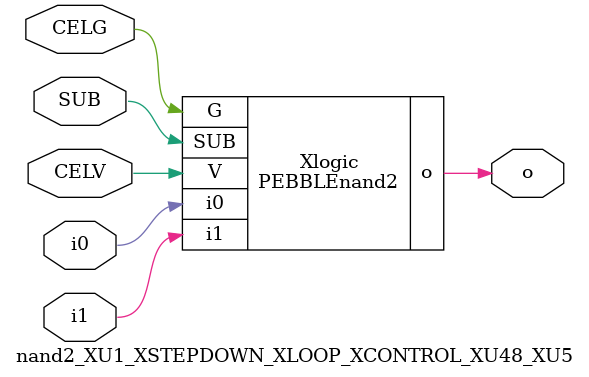
<source format=v>



module PEBBLEnand2 ( o, G, SUB, V, i0, i1 );

  input i0;
  input V;
  input i1;
  input G;
  output o;
  input SUB;
endmodule

//Celera Confidential Do Not Copy nand2_XU1_XSTEPDOWN_XLOOP_XCONTROL_XU48_XU5
//Celera Confidential Symbol Generator
//5V NAND2
module nand2_XU1_XSTEPDOWN_XLOOP_XCONTROL_XU48_XU5 (CELV,CELG,i0,i1,o,SUB);
input CELV;
input CELG;
input i0;
input i1;
input SUB;
output o;

//Celera Confidential Do Not Copy nand2
PEBBLEnand2 Xlogic(
.V (CELV),
.i0 (i0),
.i1 (i1),
.o (o),
.SUB (SUB),
.G (CELG)
);
//,diesize,PEBBLEnand2

//Celera Confidential Do Not Copy Module End
//Celera Schematic Generator
endmodule

</source>
